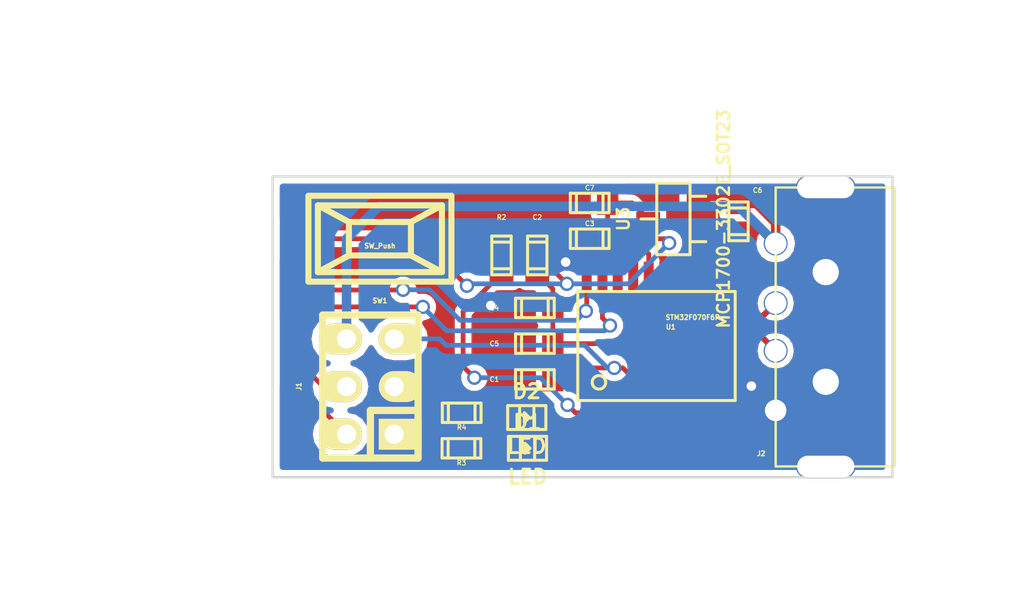
<source format=kicad_pcb>
(kicad_pcb (version 4) (host pcbnew 4.0.7-e2-6376~61~ubuntu18.04.1)

  (general
    (links 41)
    (no_connects 0)
    (area 156.750001 66.79 199.885715 93.319832)
    (thickness 1.6)
    (drawings 7)
    (tracks 127)
    (zones 0)
    (modules 17)
    (nets 14)
  )

  (page A4)
  (layers
    (0 F.Cu signal)
    (31 B.Cu signal)
    (32 B.Adhes user)
    (33 F.Adhes user)
    (34 B.Paste user)
    (35 F.Paste user)
    (36 B.SilkS user)
    (37 F.SilkS user)
    (38 B.Mask user)
    (39 F.Mask user)
    (40 Dwgs.User user)
    (41 Cmts.User user)
    (42 Eco1.User user)
    (43 Eco2.User user)
    (44 Edge.Cuts user)
    (45 Margin user)
    (46 B.CrtYd user)
    (47 F.CrtYd user)
    (48 B.Fab user)
    (49 F.Fab user)
  )

  (setup
    (last_trace_width 0.2)
    (trace_clearance 0.2)
    (zone_clearance 0.25)
    (zone_45_only no)
    (trace_min 0)
    (segment_width 0.2)
    (edge_width 0.1)
    (via_size 0.6)
    (via_drill 0.4)
    (via_min_size 0)
    (via_min_drill 0)
    (uvia_size 0.3)
    (uvia_drill 0.1)
    (uvias_allowed no)
    (uvia_min_size 0)
    (uvia_min_drill 0)
    (pcb_text_width 0.3)
    (pcb_text_size 1.5 1.5)
    (mod_edge_width 0.15)
    (mod_text_size 1 1)
    (mod_text_width 0.15)
    (pad_size 1.5 1.5)
    (pad_drill 0.6)
    (pad_to_mask_clearance 0)
    (aux_axis_origin 0 0)
    (visible_elements FFFFFF7F)
    (pcbplotparams
      (layerselection 0x010f0_80000001)
      (usegerberextensions true)
      (excludeedgelayer true)
      (linewidth 0.100000)
      (plotframeref false)
      (viasonmask false)
      (mode 1)
      (useauxorigin false)
      (hpglpennumber 1)
      (hpglpenspeed 20)
      (hpglpendiameter 15)
      (hpglpenoverlay 2)
      (psnegative false)
      (psa4output false)
      (plotreference true)
      (plotvalue true)
      (plotinvisibletext false)
      (padsonsilk false)
      (subtractmaskfromsilk false)
      (outputformat 1)
      (mirror false)
      (drillshape 0)
      (scaleselection 1)
      (outputdirectory GERBER/))
  )

  (net 0 "")
  (net 1 GND)
  (net 2 /NRST)
  (net 3 +3V3)
  (net 4 VBUS)
  (net 5 "Net-(D1-Pad1)")
  (net 6 /LED1)
  (net 7 "Net-(D2-Pad1)")
  (net 8 /LED2)
  (net 9 /SWCLK)
  (net 10 /SWDIO)
  (net 11 /D-)
  (net 12 /D+)
  (net 13 /BOOT0)

  (net_class Default "This is the default net class."
    (clearance 0.2)
    (trace_width 0.2)
    (via_dia 0.6)
    (via_drill 0.4)
    (uvia_dia 0.3)
    (uvia_drill 0.1)
    (add_net +3V3)
    (add_net /BOOT0)
    (add_net /D+)
    (add_net /D-)
    (add_net /LED1)
    (add_net /LED2)
    (add_net /NRST)
    (add_net /SWCLK)
    (add_net /SWDIO)
    (add_net GND)
    (add_net "Net-(D1-Pad1)")
    (add_net "Net-(D2-Pad1)")
  )

  (net_class Power ""
    (clearance 0.3)
    (trace_width 0.4)
    (via_dia 0.6)
    (via_drill 0.4)
    (uvia_dia 0.3)
    (uvia_drill 0.1)
    (add_net VBUS)
  )

  (module w_smd_cap:c_0603 (layer F.Cu) (tedit 5A770288) (tstamp 5A74D205)
    (at 179.4 82.2 180)
    (descr "SMT capacitor, 0603")
    (path /5A74A845)
    (fp_text reference C1 (at 1.7 0 180) (layer F.SilkS)
      (effects (font (size 0.20066 0.20066) (thickness 0.04064)))
    )
    (fp_text value 100nF (at 0 0.635 180) (layer F.SilkS) hide
      (effects (font (size 0.20066 0.20066) (thickness 0.04064)))
    )
    (fp_line (start 0.5588 0.4064) (end 0.5588 -0.4064) (layer F.SilkS) (width 0.127))
    (fp_line (start -0.5588 -0.381) (end -0.5588 0.4064) (layer F.SilkS) (width 0.127))
    (fp_line (start -0.8128 -0.4064) (end 0.8128 -0.4064) (layer F.SilkS) (width 0.127))
    (fp_line (start 0.8128 -0.4064) (end 0.8128 0.4064) (layer F.SilkS) (width 0.127))
    (fp_line (start 0.8128 0.4064) (end -0.8128 0.4064) (layer F.SilkS) (width 0.127))
    (fp_line (start -0.8128 0.4064) (end -0.8128 -0.4064) (layer F.SilkS) (width 0.127))
    (pad 1 smd rect (at 0.75184 0 180) (size 0.89916 1.00076) (layers F.Cu F.Paste F.Mask)
      (net 1 GND))
    (pad 2 smd rect (at -0.75184 0 180) (size 0.89916 1.00076) (layers F.Cu F.Paste F.Mask)
      (net 2 /NRST))
    (model ${KIWALTER3DMOD}/walter/smd_cap/c_0603.wrl
      (at (xyz 0 0 0))
      (scale (xyz 1 1 1))
      (rotate (xyz 0 0 0))
    )
  )

  (module w_smd_cap:c_0603 (layer F.Cu) (tedit 5A770220) (tstamp 5A74D20B)
    (at 179.5 77 270)
    (descr "SMT capacitor, 0603")
    (path /5A7498E8)
    (fp_text reference C2 (at -1.6 0 360) (layer F.SilkS)
      (effects (font (size 0.20066 0.20066) (thickness 0.04064)))
    )
    (fp_text value 100nF (at 0 0.635 270) (layer F.SilkS) hide
      (effects (font (size 0.20066 0.20066) (thickness 0.04064)))
    )
    (fp_line (start 0.5588 0.4064) (end 0.5588 -0.4064) (layer F.SilkS) (width 0.127))
    (fp_line (start -0.5588 -0.381) (end -0.5588 0.4064) (layer F.SilkS) (width 0.127))
    (fp_line (start -0.8128 -0.4064) (end 0.8128 -0.4064) (layer F.SilkS) (width 0.127))
    (fp_line (start 0.8128 -0.4064) (end 0.8128 0.4064) (layer F.SilkS) (width 0.127))
    (fp_line (start 0.8128 0.4064) (end -0.8128 0.4064) (layer F.SilkS) (width 0.127))
    (fp_line (start -0.8128 0.4064) (end -0.8128 -0.4064) (layer F.SilkS) (width 0.127))
    (pad 1 smd rect (at 0.75184 0 270) (size 0.89916 1.00076) (layers F.Cu F.Paste F.Mask)
      (net 3 +3V3))
    (pad 2 smd rect (at -0.75184 0 270) (size 0.89916 1.00076) (layers F.Cu F.Paste F.Mask)
      (net 1 GND))
    (model ${KIWALTER3DMOD}/walter/smd_cap/c_0603.wrl
      (at (xyz 0 0 0))
      (scale (xyz 1 1 1))
      (rotate (xyz 0 0 0))
    )
  )

  (module w_smd_cap:c_0603 (layer F.Cu) (tedit 0) (tstamp 5A74D211)
    (at 181.7 76.3)
    (descr "SMT capacitor, 0603")
    (path /5A749A5F)
    (fp_text reference C3 (at 0 -0.635) (layer F.SilkS)
      (effects (font (size 0.20066 0.20066) (thickness 0.04064)))
    )
    (fp_text value 4.7uF (at 0 0.635) (layer F.SilkS) hide
      (effects (font (size 0.20066 0.20066) (thickness 0.04064)))
    )
    (fp_line (start 0.5588 0.4064) (end 0.5588 -0.4064) (layer F.SilkS) (width 0.127))
    (fp_line (start -0.5588 -0.381) (end -0.5588 0.4064) (layer F.SilkS) (width 0.127))
    (fp_line (start -0.8128 -0.4064) (end 0.8128 -0.4064) (layer F.SilkS) (width 0.127))
    (fp_line (start 0.8128 -0.4064) (end 0.8128 0.4064) (layer F.SilkS) (width 0.127))
    (fp_line (start 0.8128 0.4064) (end -0.8128 0.4064) (layer F.SilkS) (width 0.127))
    (fp_line (start -0.8128 0.4064) (end -0.8128 -0.4064) (layer F.SilkS) (width 0.127))
    (pad 1 smd rect (at 0.75184 0) (size 0.89916 1.00076) (layers F.Cu F.Paste F.Mask)
      (net 3 +3V3))
    (pad 2 smd rect (at -0.75184 0) (size 0.89916 1.00076) (layers F.Cu F.Paste F.Mask)
      (net 1 GND))
    (model ${KIWALTER3DMOD}/walter/smd_cap/c_0603.wrl
      (at (xyz 0 0 0))
      (scale (xyz 1 1 1))
      (rotate (xyz 0 0 0))
    )
  )

  (module w_smd_cap:c_0603 (layer F.Cu) (tedit 5A77027A) (tstamp 5A74D217)
    (at 179.4 79.2)
    (descr "SMT capacitor, 0603")
    (path /5A749A92)
    (fp_text reference C4 (at -1.7 0) (layer F.SilkS)
      (effects (font (size 0.20066 0.20066) (thickness 0.04064)))
    )
    (fp_text value 10nF (at 0 0.635) (layer F.SilkS) hide
      (effects (font (size 0.20066 0.20066) (thickness 0.04064)))
    )
    (fp_line (start 0.5588 0.4064) (end 0.5588 -0.4064) (layer F.SilkS) (width 0.127))
    (fp_line (start -0.5588 -0.381) (end -0.5588 0.4064) (layer F.SilkS) (width 0.127))
    (fp_line (start -0.8128 -0.4064) (end 0.8128 -0.4064) (layer F.SilkS) (width 0.127))
    (fp_line (start 0.8128 -0.4064) (end 0.8128 0.4064) (layer F.SilkS) (width 0.127))
    (fp_line (start 0.8128 0.4064) (end -0.8128 0.4064) (layer F.SilkS) (width 0.127))
    (fp_line (start -0.8128 0.4064) (end -0.8128 -0.4064) (layer F.SilkS) (width 0.127))
    (pad 1 smd rect (at 0.75184 0) (size 0.89916 1.00076) (layers F.Cu F.Paste F.Mask)
      (net 3 +3V3))
    (pad 2 smd rect (at -0.75184 0) (size 0.89916 1.00076) (layers F.Cu F.Paste F.Mask)
      (net 1 GND))
    (model ${KIWALTER3DMOD}/walter/smd_cap/c_0603.wrl
      (at (xyz 0 0 0))
      (scale (xyz 1 1 1))
      (rotate (xyz 0 0 0))
    )
  )

  (module w_smd_cap:c_0603 (layer F.Cu) (tedit 5A770283) (tstamp 5A74D21D)
    (at 179.4 80.7)
    (descr "SMT capacitor, 0603")
    (path /5A749AC0)
    (fp_text reference C5 (at -1.7 0) (layer F.SilkS)
      (effects (font (size 0.20066 0.20066) (thickness 0.04064)))
    )
    (fp_text value 1uF (at 0 0.635) (layer F.SilkS) hide
      (effects (font (size 0.20066 0.20066) (thickness 0.04064)))
    )
    (fp_line (start 0.5588 0.4064) (end 0.5588 -0.4064) (layer F.SilkS) (width 0.127))
    (fp_line (start -0.5588 -0.381) (end -0.5588 0.4064) (layer F.SilkS) (width 0.127))
    (fp_line (start -0.8128 -0.4064) (end 0.8128 -0.4064) (layer F.SilkS) (width 0.127))
    (fp_line (start 0.8128 -0.4064) (end 0.8128 0.4064) (layer F.SilkS) (width 0.127))
    (fp_line (start 0.8128 0.4064) (end -0.8128 0.4064) (layer F.SilkS) (width 0.127))
    (fp_line (start -0.8128 0.4064) (end -0.8128 -0.4064) (layer F.SilkS) (width 0.127))
    (pad 1 smd rect (at 0.75184 0) (size 0.89916 1.00076) (layers F.Cu F.Paste F.Mask)
      (net 3 +3V3))
    (pad 2 smd rect (at -0.75184 0) (size 0.89916 1.00076) (layers F.Cu F.Paste F.Mask)
      (net 1 GND))
    (model ${KIWALTER3DMOD}/walter/smd_cap/c_0603.wrl
      (at (xyz 0 0 0))
      (scale (xyz 1 1 1))
      (rotate (xyz 0 0 0))
    )
  )

  (module w_smd_cap:c_0603 (layer F.Cu) (tedit 5A77025C) (tstamp 5A74D223)
    (at 187.94 75.57 90)
    (descr "SMT capacitor, 0603")
    (path /5A74C0FF)
    (fp_text reference C6 (at 1.3 0.8 180) (layer F.SilkS)
      (effects (font (size 0.20066 0.20066) (thickness 0.04064)))
    )
    (fp_text value 1uF (at 0 0.635 90) (layer F.SilkS) hide
      (effects (font (size 0.20066 0.20066) (thickness 0.04064)))
    )
    (fp_line (start 0.5588 0.4064) (end 0.5588 -0.4064) (layer F.SilkS) (width 0.127))
    (fp_line (start -0.5588 -0.381) (end -0.5588 0.4064) (layer F.SilkS) (width 0.127))
    (fp_line (start -0.8128 -0.4064) (end 0.8128 -0.4064) (layer F.SilkS) (width 0.127))
    (fp_line (start 0.8128 -0.4064) (end 0.8128 0.4064) (layer F.SilkS) (width 0.127))
    (fp_line (start 0.8128 0.4064) (end -0.8128 0.4064) (layer F.SilkS) (width 0.127))
    (fp_line (start -0.8128 0.4064) (end -0.8128 -0.4064) (layer F.SilkS) (width 0.127))
    (pad 1 smd rect (at 0.75184 0 90) (size 0.89916 1.00076) (layers F.Cu F.Paste F.Mask)
      (net 4 VBUS))
    (pad 2 smd rect (at -0.75184 0 90) (size 0.89916 1.00076) (layers F.Cu F.Paste F.Mask)
      (net 1 GND))
    (model ${KIWALTER3DMOD}/walter/smd_cap/c_0603.wrl
      (at (xyz 0 0 0))
      (scale (xyz 1 1 1))
      (rotate (xyz 0 0 0))
    )
  )

  (module w_smd_cap:c_0603 (layer F.Cu) (tedit 0) (tstamp 5A74D229)
    (at 181.7 74.8)
    (descr "SMT capacitor, 0603")
    (path /5A74C207)
    (fp_text reference C7 (at 0 -0.635) (layer F.SilkS)
      (effects (font (size 0.20066 0.20066) (thickness 0.04064)))
    )
    (fp_text value 1uF (at 0 0.635) (layer F.SilkS) hide
      (effects (font (size 0.20066 0.20066) (thickness 0.04064)))
    )
    (fp_line (start 0.5588 0.4064) (end 0.5588 -0.4064) (layer F.SilkS) (width 0.127))
    (fp_line (start -0.5588 -0.381) (end -0.5588 0.4064) (layer F.SilkS) (width 0.127))
    (fp_line (start -0.8128 -0.4064) (end 0.8128 -0.4064) (layer F.SilkS) (width 0.127))
    (fp_line (start 0.8128 -0.4064) (end 0.8128 0.4064) (layer F.SilkS) (width 0.127))
    (fp_line (start 0.8128 0.4064) (end -0.8128 0.4064) (layer F.SilkS) (width 0.127))
    (fp_line (start -0.8128 0.4064) (end -0.8128 -0.4064) (layer F.SilkS) (width 0.127))
    (pad 1 smd rect (at 0.75184 0) (size 0.89916 1.00076) (layers F.Cu F.Paste F.Mask)
      (net 3 +3V3))
    (pad 2 smd rect (at -0.75184 0) (size 0.89916 1.00076) (layers F.Cu F.Paste F.Mask)
      (net 1 GND))
    (model ${KIWALTER3DMOD}/walter/smd_cap/c_0603.wrl
      (at (xyz 0 0 0))
      (scale (xyz 1 1 1))
      (rotate (xyz 0 0 0))
    )
  )

  (module w_pin_strip:pin_strip_2mm_3x2 (layer F.Cu) (tedit 5A75F6BA) (tstamp 5A74D23F)
    (at 172.5 82.5 90)
    (descr "Pin strip 2mm 3x2pin")
    (tags "CONN DEV")
    (path /5A74D7DD)
    (fp_text reference J1 (at 0 -3 90) (layer F.SilkS)
      (effects (font (size 0.20066 0.20066) (thickness 0.050165)))
    )
    (fp_text value Conn_02x03_Counter_Clockwise (at 0 -5 90) (layer F.SilkS) hide
      (effects (font (size 1.016 0.889) (thickness 0.2032)))
    )
    (fp_line (start -3 0) (end -1 0) (layer F.SilkS) (width 0.3048))
    (fp_line (start 3 -2) (end 3 2) (layer F.SilkS) (width 0.3048))
    (fp_line (start 3 2) (end -3 2) (layer F.SilkS) (width 0.3048))
    (fp_line (start -3 -2) (end 3 -2) (layer F.SilkS) (width 0.3048))
    (fp_line (start -3 2) (end -3 -2) (layer F.SilkS) (width 0.3048))
    (fp_line (start -1 0) (end -1 2) (layer F.SilkS) (width 0.3048))
    (pad 1 thru_hole rect (at -2 1 90) (size 1.3 1.8) (drill 0.8 (offset 0 0.25)) (layers *.Cu *.Mask F.SilkS)
      (net 1 GND))
    (pad 2 thru_hole oval (at -2 -1 90) (size 1.3 1.8) (drill 0.8 (offset 0 -0.25)) (layers *.Cu *.Mask F.SilkS)
      (net 9 /SWCLK))
    (pad 3 thru_hole oval (at 0 1 90) (size 1.3 1.8) (drill 0.8 (offset 0 0.25)) (layers *.Cu *.Mask F.SilkS)
      (net 1 GND))
    (pad 4 thru_hole oval (at 0 -1 90) (size 1.3 1.8) (drill 0.8 (offset 0 -0.25)) (layers *.Cu *.Mask F.SilkS)
      (net 10 /SWDIO))
    (pad 5 thru_hole oval (at 2 1 90) (size 1.3 1.8) (drill 0.8 (offset 0 0.25)) (layers *.Cu *.Mask F.SilkS)
      (net 2 /NRST))
    (pad 6 thru_hole oval (at 2 -1 90) (size 1.3 1.8) (drill 0.8 (offset 0 -0.25)) (layers *.Cu *.Mask F.SilkS)
      (net 4 VBUS))
    (model ${KIWALTER3DMOD}/walter/pin_strip/pin_strip_2mm_3x2.wrl
      (at (xyz 0 0 0))
      (scale (xyz 1 1 1))
      (rotate (xyz 0 0 0))
    )
  )

  (module w_smd_resistors:r_0603 (layer F.Cu) (tedit 5A770219) (tstamp 5A74D255)
    (at 178 77 270)
    (descr "SMT resistor, 0603")
    (path /5A74FE5E)
    (fp_text reference R2 (at -1.6 0 360) (layer F.SilkS)
      (effects (font (size 0.20066 0.20066) (thickness 0.04064)))
    )
    (fp_text value 4.7kR (at 0 0.6096 270) (layer F.SilkS) hide
      (effects (font (size 0.20066 0.20066) (thickness 0.04064)))
    )
    (fp_line (start 0.5588 0.4064) (end 0.5588 -0.4064) (layer F.SilkS) (width 0.127))
    (fp_line (start -0.5588 -0.381) (end -0.5588 0.4064) (layer F.SilkS) (width 0.127))
    (fp_line (start -0.8128 -0.4064) (end 0.8128 -0.4064) (layer F.SilkS) (width 0.127))
    (fp_line (start 0.8128 -0.4064) (end 0.8128 0.4064) (layer F.SilkS) (width 0.127))
    (fp_line (start 0.8128 0.4064) (end -0.8128 0.4064) (layer F.SilkS) (width 0.127))
    (fp_line (start -0.8128 0.4064) (end -0.8128 -0.4064) (layer F.SilkS) (width 0.127))
    (pad 1 smd rect (at 0.75184 0 270) (size 0.89916 1.00076) (layers F.Cu F.Paste F.Mask)
      (net 13 /BOOT0))
    (pad 2 smd rect (at -0.75184 0 270) (size 0.89916 1.00076) (layers F.Cu F.Paste F.Mask)
      (net 1 GND))
    (model ${KIWALTER3DMOD}/walter/smd_resistors/r_0603.wrl
      (at (xyz 0 0 0))
      (scale (xyz 1 1 1))
      (rotate (xyz 0 0 0))
    )
  )

  (module w_smd_resistors:r_0603 (layer F.Cu) (tedit 0) (tstamp 5A74D25B)
    (at 176.32 85.09 180)
    (descr "SMT resistor, 0603")
    (path /5A75062C)
    (fp_text reference R3 (at 0 -0.6096 180) (layer F.SilkS)
      (effects (font (size 0.20066 0.20066) (thickness 0.04064)))
    )
    (fp_text value 4.7kR (at 0 0.6096 180) (layer F.SilkS) hide
      (effects (font (size 0.20066 0.20066) (thickness 0.04064)))
    )
    (fp_line (start 0.5588 0.4064) (end 0.5588 -0.4064) (layer F.SilkS) (width 0.127))
    (fp_line (start -0.5588 -0.381) (end -0.5588 0.4064) (layer F.SilkS) (width 0.127))
    (fp_line (start -0.8128 -0.4064) (end 0.8128 -0.4064) (layer F.SilkS) (width 0.127))
    (fp_line (start 0.8128 -0.4064) (end 0.8128 0.4064) (layer F.SilkS) (width 0.127))
    (fp_line (start 0.8128 0.4064) (end -0.8128 0.4064) (layer F.SilkS) (width 0.127))
    (fp_line (start -0.8128 0.4064) (end -0.8128 -0.4064) (layer F.SilkS) (width 0.127))
    (pad 1 smd rect (at 0.75184 0 180) (size 0.89916 1.00076) (layers F.Cu F.Paste F.Mask)
      (net 1 GND))
    (pad 2 smd rect (at -0.75184 0 180) (size 0.89916 1.00076) (layers F.Cu F.Paste F.Mask)
      (net 5 "Net-(D1-Pad1)"))
    (model ${KIWALTER3DMOD}/walter/smd_resistors/r_0603.wrl
      (at (xyz 0 0 0))
      (scale (xyz 1 1 1))
      (rotate (xyz 0 0 0))
    )
  )

  (module w_smd_resistors:r_0603 (layer F.Cu) (tedit 0) (tstamp 5A74D261)
    (at 176.33 83.6 180)
    (descr "SMT resistor, 0603")
    (path /5A75069E)
    (fp_text reference R4 (at 0 -0.6096 180) (layer F.SilkS)
      (effects (font (size 0.20066 0.20066) (thickness 0.04064)))
    )
    (fp_text value 4.7kR (at 0 0.6096 180) (layer F.SilkS) hide
      (effects (font (size 0.20066 0.20066) (thickness 0.04064)))
    )
    (fp_line (start 0.5588 0.4064) (end 0.5588 -0.4064) (layer F.SilkS) (width 0.127))
    (fp_line (start -0.5588 -0.381) (end -0.5588 0.4064) (layer F.SilkS) (width 0.127))
    (fp_line (start -0.8128 -0.4064) (end 0.8128 -0.4064) (layer F.SilkS) (width 0.127))
    (fp_line (start 0.8128 -0.4064) (end 0.8128 0.4064) (layer F.SilkS) (width 0.127))
    (fp_line (start 0.8128 0.4064) (end -0.8128 0.4064) (layer F.SilkS) (width 0.127))
    (fp_line (start -0.8128 0.4064) (end -0.8128 -0.4064) (layer F.SilkS) (width 0.127))
    (pad 1 smd rect (at 0.75184 0 180) (size 0.89916 1.00076) (layers F.Cu F.Paste F.Mask)
      (net 1 GND))
    (pad 2 smd rect (at -0.75184 0 180) (size 0.89916 1.00076) (layers F.Cu F.Paste F.Mask)
      (net 7 "Net-(D2-Pad1)"))
    (model ${KIWALTER3DMOD}/walter/smd_resistors/r_0603.wrl
      (at (xyz 0 0 0))
      (scale (xyz 1 1 1))
      (rotate (xyz 0 0 0))
    )
  )

  (module w_switch:smd_push (layer F.Cu) (tedit 5A770272) (tstamp 5A74D267)
    (at 172.9 76.3 180)
    (descr "SMD Pushbutton")
    (path /5A74F71E)
    (autoplace_cost180 10)
    (fp_text reference SW1 (at 0 -2.6 180) (layer F.SilkS)
      (effects (font (size 0.20066 0.20066) (thickness 0.050165)))
    )
    (fp_text value SW_Push (at 0 -0.3 180) (layer F.SilkS)
      (effects (font (size 0.20066 0.20066) (thickness 0.050165)))
    )
    (fp_line (start 1.30048 -0.70104) (end 2.60096 -1.39954) (layer F.SilkS) (width 0.254))
    (fp_line (start 1.30048 0.70104) (end 2.60096 1.39954) (layer F.SilkS) (width 0.254))
    (fp_line (start -1.30048 0.70104) (end -2.60096 1.39954) (layer F.SilkS) (width 0.254))
    (fp_line (start -2.60096 -1.39954) (end -1.30048 -0.70104) (layer F.SilkS) (width 0.254))
    (fp_line (start -2.60096 -1.39954) (end 2.60096 -1.39954) (layer F.SilkS) (width 0.254))
    (fp_line (start 2.60096 -1.39954) (end 2.60096 1.39954) (layer F.SilkS) (width 0.254))
    (fp_line (start 2.60096 1.39954) (end -2.60096 1.39954) (layer F.SilkS) (width 0.254))
    (fp_line (start -2.60096 1.39954) (end -2.60096 -1.39954) (layer F.SilkS) (width 0.254))
    (fp_line (start -1.30048 -0.70104) (end 1.30048 -0.70104) (layer F.SilkS) (width 0.254))
    (fp_line (start 1.30048 -0.70104) (end 1.30048 0.70104) (layer F.SilkS) (width 0.254))
    (fp_line (start 1.30048 0.70104) (end -1.30048 0.70104) (layer F.SilkS) (width 0.254))
    (fp_line (start -1.30048 0.70104) (end -1.30048 -0.70104) (layer F.SilkS) (width 0.254))
    (fp_line (start -2.99974 -1.80086) (end 2.99974 -1.80086) (layer F.SilkS) (width 0.254))
    (fp_line (start 2.99974 -1.80086) (end 2.99974 1.80086) (layer F.SilkS) (width 0.254))
    (fp_line (start 2.99974 1.80086) (end -2.99974 1.80086) (layer F.SilkS) (width 0.254))
    (fp_line (start -2.99974 1.80086) (end -2.99974 -1.80086) (layer F.SilkS) (width 0.254))
    (pad 1 smd rect (at -3.59918 0 180) (size 1.00076 1.00076) (layers F.Cu F.Paste F.Mask)
      (net 13 /BOOT0))
    (pad 2 smd rect (at 3.59918 0 180) (size 1.00076 1.00076) (layers F.Cu F.Paste F.Mask)
      (net 3 +3V3))
    (model ${KIWALTER3DMOD}/walter/switch/smd_push.wrl
      (at (xyz 0 0 0))
      (scale (xyz 1 1 1))
      (rotate (xyz 0 0 0))
    )
  )

  (module w_smd_dil:tssop-20 (layer F.Cu) (tedit 5B43745C) (tstamp 5A74D27F)
    (at 184.5 80.8)
    (descr TSSOP-20)
    (path /5A7495D5)
    (fp_text reference U1 (at 0.6 -0.8) (layer F.SilkS)
      (effects (font (size 0.20066 0.20066) (thickness 0.050165)))
    )
    (fp_text value STM32F070F6Px (at 1.6 -1.2) (layer F.SilkS)
      (effects (font (size 0.20066 0.20066) (thickness 0.050165)))
    )
    (fp_line (start 3.302 -2.286) (end -3.302 -2.286) (layer F.SilkS) (width 0.127))
    (fp_line (start -3.302 -2.286) (end -3.302 2.286) (layer F.SilkS) (width 0.127))
    (fp_line (start -3.302 2.286) (end 3.302 2.286) (layer F.SilkS) (width 0.127))
    (fp_line (start 3.302 2.286) (end 3.302 -2.286) (layer F.SilkS) (width 0.127))
    (fp_circle (center -2.413 1.524) (end -2.54 1.778) (layer F.SilkS) (width 0.127))
    (pad 5 smd rect (at -0.32512 2.79908) (size 0.4191 1.47066) (layers F.Cu F.Paste F.Mask)
      (net 3 +3V3))
    (pad 6 smd rect (at 0.32512 2.79908) (size 0.4191 1.47066) (layers F.Cu F.Paste F.Mask))
    (pad 7 smd rect (at 0.97536 2.79908) (size 0.4191 1.47066) (layers F.Cu F.Paste F.Mask))
    (pad 8 smd rect (at 1.6256 2.79908) (size 0.4191 1.47066) (layers F.Cu F.Paste F.Mask))
    (pad 19 smd rect (at -2.26568 -2.794) (size 0.4191 1.47066) (layers F.Cu F.Paste F.Mask)
      (net 10 /SWDIO))
    (pad 2 smd rect (at -2.27584 2.79908) (size 0.4191 1.47066) (layers F.Cu F.Paste F.Mask))
    (pad 3 smd rect (at -1.6256 2.79908) (size 0.4191 1.47066) (layers F.Cu F.Paste F.Mask))
    (pad 4 smd rect (at -0.97536 2.79908) (size 0.4191 1.47066) (layers F.Cu F.Paste F.Mask)
      (net 2 /NRST))
    (pad 12 smd rect (at 2.27584 -2.79908) (size 0.4191 1.47066) (layers F.Cu F.Paste F.Mask))
    (pad 13 smd rect (at 1.6256 -2.79908) (size 0.4191 1.47066) (layers F.Cu F.Paste F.Mask))
    (pad 14 smd rect (at 0.97536 -2.79908) (size 0.4191 1.47066) (layers F.Cu F.Paste F.Mask))
    (pad 15 smd rect (at 0.32512 -2.79908) (size 0.4191 1.47066) (layers F.Cu F.Paste F.Mask)
      (net 1 GND))
    (pad 16 smd rect (at -0.32512 -2.79908) (size 0.4191 1.47066) (layers F.Cu F.Paste F.Mask)
      (net 3 +3V3))
    (pad 17 smd rect (at -0.97536 -2.79908) (size 0.4191 1.47066) (layers F.Cu F.Paste F.Mask)
      (net 11 /D-))
    (pad 9 smd rect (at 2.27584 2.79908) (size 0.4191 1.47066) (layers F.Cu F.Paste F.Mask)
      (net 8 /LED2))
    (pad 18 smd rect (at -1.6256 -2.794) (size 0.4191 1.47066) (layers F.Cu F.Paste F.Mask)
      (net 12 /D+))
    (pad 1 smd rect (at -2.92608 2.79908) (size 0.4191 1.47066) (layers F.Cu F.Paste F.Mask)
      (net 13 /BOOT0))
    (pad 10 smd rect (at 2.92608 2.79908) (size 0.4191 1.47066) (layers F.Cu F.Paste F.Mask)
      (net 6 /LED1))
    (pad 11 smd rect (at 2.92608 -2.79908) (size 0.4191 1.47066) (layers F.Cu F.Paste F.Mask))
    (pad 20 smd rect (at -2.92608 -2.79908) (size 0.4191 1.47066) (layers F.Cu F.Paste F.Mask)
      (net 9 /SWCLK))
    (model ${KIWALTER3DMOD}/walter/smd_dil/tssop-20.wrl
      (at (xyz 0 0 0))
      (scale (xyz 1 1 1))
      (rotate (xyz 0 0 0))
    )
  )

  (module USB:USB_A_RECEPTACLE (layer F.Cu) (tedit 5A7702E4) (tstamp 5A76F4F6)
    (at 189.5 85.85 90)
    (path /5A71E8C8)
    (fp_text reference J2 (at 0.54 -0.61 180) (layer F.SilkS)
      (effects (font (size 0.20066 0.20066) (thickness 0.050165)))
    )
    (fp_text value USB_A (at 0.94 -0.91 180) (layer F.Fab)
      (effects (font (size 0.20066 0.20066) (thickness 0.050165)))
    )
    (fp_line (start 11.7 0) (end 11.7 5) (layer F.SilkS) (width 0.1))
    (fp_line (start 0 5) (end 11.7 5) (layer F.SilkS) (width 0.1))
    (fp_line (start 0 0) (end 0 5) (layer F.SilkS) (width 0.1))
    (fp_line (start 0 0) (end 11.7 0) (layer F.SilkS) (width 0.1))
    (pad 1 thru_hole oval (at 9.35 0 180) (size 1 1) (drill oval 0.9) (layers *.Cu *.Mask)
      (net 4 VBUS))
    (pad 4 thru_hole oval (at 2.35 0 180) (size 1 1) (drill oval 0.9) (layers *.Cu *.Mask)
      (net 1 GND))
    (pad 3 thru_hole oval (at 4.85 0 180) (size 1 1) (drill oval 0.9) (layers *.Cu *.Mask)
      (net 12 /D+))
    (pad 5 thru_hole oval (at 11.7 2.1 180) (size 2.5 1) (drill oval 2.4 0.9) (layers *.Cu *.Mask)
      (net 1 GND))
    (pad 5 thru_hole oval (at 0 2.1 180) (size 2.5 1) (drill oval 2.4 0.9) (layers *.Cu *.Mask)
      (net 1 GND))
    (pad 2 thru_hole oval (at 6.85 0 180) (size 1 1) (drill oval 0.9) (layers *.Cu *.Mask)
      (net 11 /D-))
    (pad 5 thru_hole circle (at 8.15 2.1) (size 1.2 1.2) (drill oval 1.1) (layers *.Cu *.Mask)
      (net 1 GND))
    (pad 5 thru_hole circle (at 3.55 2.1) (size 1.2 1.2) (drill oval 1.1) (layers *.Cu *.Mask)
      (net 1 GND))
  )

  (module w_smd_leds:Led_0603 (layer F.Cu) (tedit 0) (tstamp 5B62E8A0)
    (at 179.09 85.09)
    (descr "SMD LED, 0603")
    (path /5A71D9A1)
    (fp_text reference D1 (at 0 -1.09982) (layer F.SilkS)
      (effects (font (size 0.59944 0.59944) (thickness 0.11938)))
    )
    (fp_text value LED (at 0 1.19888) (layer F.SilkS)
      (effects (font (size 0.59944 0.59944) (thickness 0.11938)))
    )
    (fp_line (start 0.29972 0.50038) (end 0.29972 -0.50038) (layer F.SilkS) (width 0.127))
    (fp_line (start -0.29972 -0.50038) (end -0.29972 0.50038) (layer F.SilkS) (width 0.127))
    (fp_line (start 0 0.09906) (end 0 -0.09906) (layer F.SilkS) (width 0.127))
    (fp_line (start -0.09906 -0.20066) (end -0.09906 0.20066) (layer F.SilkS) (width 0.127))
    (fp_line (start -0.09906 0.20066) (end 0.09906 0) (layer F.SilkS) (width 0.127))
    (fp_line (start 0.09906 0) (end -0.09906 -0.20066) (layer F.SilkS) (width 0.127))
    (fp_line (start -0.8001 -0.50038) (end 0.8001 -0.50038) (layer F.SilkS) (width 0.127))
    (fp_line (start 0.8001 -0.50038) (end 0.8001 0.50038) (layer F.SilkS) (width 0.127))
    (fp_line (start 0.8001 0.50038) (end -0.8001 0.50038) (layer F.SilkS) (width 0.127))
    (fp_line (start -0.8001 0.50038) (end -0.8001 -0.50038) (layer F.SilkS) (width 0.127))
    (pad 1 smd rect (at -0.7493 0) (size 0.79756 0.79756) (layers F.Cu F.Paste F.Mask)
      (net 5 "Net-(D1-Pad1)"))
    (pad 2 smd rect (at 0.7493 0) (size 0.79756 0.79756) (layers F.Cu F.Paste F.Mask)
      (net 6 /LED1))
    (model walter/smd_leds/led_0603.wrl
      (at (xyz 0 0 0))
      (scale (xyz 1 1 1))
      (rotate (xyz 0 0 0))
    )
  )

  (module w_smd_leds:Led_0603 (layer F.Cu) (tedit 0) (tstamp 5B62E8A5)
    (at 179.06 83.8)
    (descr "SMD LED, 0603")
    (path /5A71DA28)
    (fp_text reference D2 (at 0 -1.09982) (layer F.SilkS)
      (effects (font (size 0.59944 0.59944) (thickness 0.11938)))
    )
    (fp_text value LED (at 0 1.19888) (layer F.SilkS)
      (effects (font (size 0.59944 0.59944) (thickness 0.11938)))
    )
    (fp_line (start 0.29972 0.50038) (end 0.29972 -0.50038) (layer F.SilkS) (width 0.127))
    (fp_line (start -0.29972 -0.50038) (end -0.29972 0.50038) (layer F.SilkS) (width 0.127))
    (fp_line (start 0 0.09906) (end 0 -0.09906) (layer F.SilkS) (width 0.127))
    (fp_line (start -0.09906 -0.20066) (end -0.09906 0.20066) (layer F.SilkS) (width 0.127))
    (fp_line (start -0.09906 0.20066) (end 0.09906 0) (layer F.SilkS) (width 0.127))
    (fp_line (start 0.09906 0) (end -0.09906 -0.20066) (layer F.SilkS) (width 0.127))
    (fp_line (start -0.8001 -0.50038) (end 0.8001 -0.50038) (layer F.SilkS) (width 0.127))
    (fp_line (start 0.8001 -0.50038) (end 0.8001 0.50038) (layer F.SilkS) (width 0.127))
    (fp_line (start 0.8001 0.50038) (end -0.8001 0.50038) (layer F.SilkS) (width 0.127))
    (fp_line (start -0.8001 0.50038) (end -0.8001 -0.50038) (layer F.SilkS) (width 0.127))
    (pad 1 smd rect (at -0.7493 0) (size 0.79756 0.79756) (layers F.Cu F.Paste F.Mask)
      (net 7 "Net-(D2-Pad1)"))
    (pad 2 smd rect (at 0.7493 0) (size 0.79756 0.79756) (layers F.Cu F.Paste F.Mask)
      (net 8 /LED2))
    (model walter/smd_leds/led_0603.wrl
      (at (xyz 0 0 0))
      (scale (xyz 1 1 1))
      (rotate (xyz 0 0 0))
    )
  )

  (module w_smd_trans:sot23 (layer F.Cu) (tedit 5B4EDEC1) (tstamp 5B62E8AA)
    (at 185.21 75.47 90)
    (descr SOT23)
    (path /5A74BF41)
    (fp_text reference U3 (at 0 -2.1 90) (layer F.SilkS)
      (effects (font (size 0.5 0.5) (thickness 0.1)))
    )
    (fp_text value MCP1700-3302E_SOT23 (at 0 2.1 90) (layer F.SilkS)
      (effects (font (size 0.5 0.5) (thickness 0.1)))
    )
    (fp_line (start 0.9525 0.6985) (end 0.9525 1.3589) (layer F.SilkS) (width 0.127))
    (fp_line (start -0.9525 0.6985) (end -0.9525 1.3589) (layer F.SilkS) (width 0.127))
    (fp_line (start 0 -0.6985) (end 0 -1.3589) (layer F.SilkS) (width 0.127))
    (fp_line (start -1.4986 -0.6985) (end 1.4986 -0.6985) (layer F.SilkS) (width 0.127))
    (fp_line (start 1.4986 -0.6985) (end 1.4986 0.6985) (layer F.SilkS) (width 0.127))
    (fp_line (start 1.4986 0.6985) (end -1.4986 0.6985) (layer F.SilkS) (width 0.127))
    (fp_line (start -1.4986 0.6985) (end -1.4986 -0.6985) (layer F.SilkS) (width 0.127))
    (pad 1 smd rect (at -0.95 1.06 90) (size 0.6 1) (layers F.Cu F.Paste F.Mask)
      (net 1 GND))
    (pad 2 smd rect (at 0 -1.06 90) (size 0.6 1) (layers F.Cu F.Paste F.Mask)
      (net 3 +3V3))
    (pad 3 smd rect (at 0.95 1.06 90) (size 0.6 1) (layers F.Cu F.Paste F.Mask)
      (net 4 VBUS))
    (model walter/smd_trans/sot23.wrl
      (at (xyz 0 0 0))
      (scale (xyz 1 1 1))
      (rotate (xyz 0 0 0))
    )
  )

  (dimension 12.6 (width 0.3) (layer Dwgs.User)
    (gr_text "12,600 mm" (at 163.25 80 270) (layer Dwgs.User)
      (effects (font (size 1.5 1.5) (thickness 0.3)))
    )
    (feature1 (pts (xy 168.4 86.3) (xy 161.9 86.3)))
    (feature2 (pts (xy 168.4 73.7) (xy 161.9 73.7)))
    (crossbar (pts (xy 164.6 73.7) (xy 164.6 86.3)))
    (arrow1a (pts (xy 164.6 86.3) (xy 164.013579 85.173496)))
    (arrow1b (pts (xy 164.6 86.3) (xy 165.186421 85.173496)))
    (arrow2a (pts (xy 164.6 73.7) (xy 164.013579 74.826504)))
    (arrow2b (pts (xy 164.6 73.7) (xy 165.186421 74.826504)))
  )
  (dimension 26 (width 0.3) (layer Dwgs.User)
    (gr_text "26,000 mm" (at 181.4 91.95) (layer Dwgs.User)
      (effects (font (size 1.5 1.5) (thickness 0.3)))
    )
    (feature1 (pts (xy 194.4 86.3) (xy 194.4 93.3)))
    (feature2 (pts (xy 168.4 86.3) (xy 168.4 93.3)))
    (crossbar (pts (xy 168.4 90.6) (xy 194.4 90.6)))
    (arrow1a (pts (xy 194.4 90.6) (xy 193.273496 91.186421)))
    (arrow1b (pts (xy 194.4 90.6) (xy 193.273496 90.013579)))
    (arrow2a (pts (xy 168.4 90.6) (xy 169.526504 91.186421)))
    (arrow2b (pts (xy 168.4 90.6) (xy 169.526504 90.013579)))
  )
  (dimension 2.8 (width 0.3) (layer Dwgs.User)
    (gr_text "2,800 mm" (at 194.1 68.14) (layer Dwgs.User) (tstamp 5A77077D)
      (effects (font (size 1.5 1.5) (thickness 0.3)))
    )
    (feature1 (pts (xy 195.5 73.4) (xy 195.5 66.79)))
    (feature2 (pts (xy 192.7 73.4) (xy 192.7 66.79)))
    (crossbar (pts (xy 192.7 69.49) (xy 195.5 69.49)))
    (arrow1a (pts (xy 195.5 69.49) (xy 194.373496 70.076421)))
    (arrow1b (pts (xy 195.5 69.49) (xy 194.373496 68.903579)))
    (arrow2a (pts (xy 192.7 69.49) (xy 193.826504 70.076421)))
    (arrow2b (pts (xy 192.7 69.49) (xy 193.826504 68.903579)))
  )
  (gr_line (start 168.4 86.3) (end 194.4 86.3) (angle 90) (layer Edge.Cuts) (width 0.1))
  (gr_line (start 168.4 73.69) (end 168.4 86.3) (angle 90) (layer Edge.Cuts) (width 0.1))
  (gr_line (start 194.4 73.69) (end 168.4 73.69) (angle 90) (layer Edge.Cuts) (width 0.1))
  (gr_line (start 194.4 86.3) (end 194.4 73.69) (angle 90) (layer Edge.Cuts) (width 0.1))

  (segment (start 180.94816 76.3) (end 180.94816 77.02184) (width 0.2) (layer F.Cu) (net 1))
  (segment (start 177.65 79.2) (end 178.64816 79.2) (width 0.2) (layer F.Cu) (net 1) (tstamp 5B62EE92))
  (segment (start 177.55 79.1) (end 177.65 79.2) (width 0.2) (layer F.Cu) (net 1) (tstamp 5B62EE91))
  (via (at 177.55 79.1) (size 0.6) (drill 0.4) (layers F.Cu B.Cu) (net 1))
  (segment (start 176.49 79.1) (end 177.55 79.1) (width 0.2) (layer B.Cu) (net 1) (tstamp 5B62EE8D))
  (segment (start 175.71 78.32) (end 176.49 79.1) (width 0.2) (layer B.Cu) (net 1) (tstamp 5B62EE8B))
  (segment (start 175.71 77.42) (end 175.71 78.32) (width 0.2) (layer B.Cu) (net 1) (tstamp 5B62EE89))
  (segment (start 175.91 77.22) (end 175.71 77.42) (width 0.2) (layer B.Cu) (net 1) (tstamp 5B62EE88))
  (segment (start 180.63 77.22) (end 175.91 77.22) (width 0.2) (layer B.Cu) (net 1) (tstamp 5B62EE87))
  (segment (start 180.69 77.28) (end 180.63 77.22) (width 0.2) (layer B.Cu) (net 1) (tstamp 5B62EE86))
  (via (at 180.69 77.28) (size 0.6) (drill 0.4) (layers F.Cu B.Cu) (net 1))
  (segment (start 180.94816 77.02184) (end 180.69 77.28) (width 0.2) (layer F.Cu) (net 1) (tstamp 5B62EE82))
  (segment (start 189.5 83.5) (end 188.48 82.48) (width 0.2) (layer F.Cu) (net 1))
  (via (at 188.48 82.48) (size 0.6) (drill 0.4) (layers F.Cu B.Cu) (net 1))
  (segment (start 174.1 85.1) (end 173.5 84.5) (width 0.2) (layer F.Cu) (net 1) (tstamp 5A7636ED))
  (segment (start 177.94816 76.3) (end 178 76.24816) (width 0.2) (layer F.Cu) (net 1) (tstamp 5A7635B7))
  (segment (start 173.5 80.5) (end 175.41 80.5) (width 0.2) (layer B.Cu) (net 2))
  (via (at 182.73 81.72) (size 0.6) (drill 0.4) (layers F.Cu B.Cu) (net 2))
  (segment (start 182.44 81.72) (end 182.73 81.72) (width 0.2) (layer B.Cu) (net 2) (tstamp 5A763689))
  (segment (start 181.49 80.77) (end 182.44 81.72) (width 0.2) (layer B.Cu) (net 2) (tstamp 5A763687))
  (segment (start 175.68 80.77) (end 181.49 80.77) (width 0.2) (layer B.Cu) (net 2) (tstamp 5A763686))
  (segment (start 175.41 80.5) (end 175.68 80.77) (width 0.2) (layer B.Cu) (net 2) (tstamp 5A763685))
  (segment (start 183.52464 83.59908) (end 183.52464 82.15464) (width 0.2) (layer F.Cu) (net 2))
  (segment (start 180.63184 81.72) (end 180.15184 82.2) (width 0.2) (layer F.Cu) (net 2) (tstamp 5A7635CE))
  (segment (start 183.09 81.72) (end 182.73 81.72) (width 0.2) (layer F.Cu) (net 2) (tstamp 5A7635CD))
  (segment (start 182.73 81.72) (end 180.63184 81.72) (width 0.2) (layer F.Cu) (net 2) (tstamp 5A76368D))
  (segment (start 183.52464 82.15464) (end 183.09 81.72) (width 0.2) (layer F.Cu) (net 2) (tstamp 5A7635CC))
  (segment (start 180.74 78.19) (end 183.32 78.19) (width 0.2) (layer B.Cu) (net 3))
  (segment (start 184.85 76.3) (end 182.45184 76.3) (width 0.2) (layer F.Cu) (net 3) (tstamp 5B62EE24))
  (segment (start 185.03 76.48) (end 184.85 76.3) (width 0.2) (layer F.Cu) (net 3) (tstamp 5B62EE23))
  (via (at 185.03 76.48) (size 0.6) (drill 0.4) (layers F.Cu B.Cu) (net 3))
  (segment (start 183.32 78.19) (end 185.03 76.48) (width 0.2) (layer B.Cu) (net 3) (tstamp 5B62EE1C))
  (segment (start 169.30082 76.3) (end 174.58 76.3) (width 0.2) (layer F.Cu) (net 3))
  (segment (start 180.30184 77.75184) (end 179.5 77.75184) (width 0.2) (layer F.Cu) (net 3) (tstamp 5B62EE11))
  (segment (start 180.74 78.19) (end 180.30184 77.75184) (width 0.2) (layer F.Cu) (net 3) (tstamp 5B62EE10))
  (via (at 180.74 78.19) (size 0.6) (drill 0.4) (layers F.Cu B.Cu) (net 3))
  (segment (start 176.63 78.19) (end 180.74 78.19) (width 0.2) (layer B.Cu) (net 3) (tstamp 5B62EE01))
  (segment (start 176.55 78.27) (end 176.63 78.19) (width 0.2) (layer B.Cu) (net 3) (tstamp 5B62EE00))
  (via (at 176.55 78.27) (size 0.6) (drill 0.4) (layers F.Cu B.Cu) (net 3))
  (segment (start 174.58 76.3) (end 176.55 78.27) (width 0.2) (layer F.Cu) (net 3) (tstamp 5B62EDFA))
  (segment (start 182.45184 76.3) (end 183.53 76.3) (width 0.2) (layer F.Cu) (net 3))
  (segment (start 184.17488 76.94488) (end 184.17488 78.00092) (width 0.2) (layer F.Cu) (net 3) (tstamp 5B62EB5C))
  (segment (start 183.53 76.3) (end 184.17488 76.94488) (width 0.2) (layer F.Cu) (net 3) (tstamp 5B62EB5A))
  (segment (start 182.45184 74.8) (end 183.48 74.8) (width 0.2) (layer F.Cu) (net 3))
  (segment (start 183.48 74.8) (end 184.15 75.47) (width 0.2) (layer F.Cu) (net 3) (tstamp 5B62EB57))
  (segment (start 182.45184 74.8) (end 182.45184 76.3) (width 0.2) (layer F.Cu) (net 3))
  (segment (start 182.5816 76.17024) (end 182.45184 76.3) (width 0.2) (layer F.Cu) (net 3) (tstamp 5B4C07EE))
  (segment (start 184.17488 83.59908) (end 184.17488 82.02488) (width 0.2) (layer F.Cu) (net 3))
  (segment (start 182.85 80.7) (end 180.15184 80.7) (width 0.2) (layer F.Cu) (net 3) (tstamp 5A76360E))
  (segment (start 184.17488 82.02488) (end 182.85 80.7) (width 0.2) (layer F.Cu) (net 3) (tstamp 5A76360C))
  (segment (start 180.15184 79.2) (end 180.15184 78.40368) (width 0.2) (layer F.Cu) (net 3))
  (segment (start 180.15184 78.40368) (end 179.5 77.75184) (width 0.2) (layer F.Cu) (net 3) (tstamp 5A7635C7))
  (segment (start 180.15184 80.7) (end 180.15184 79.2) (width 0.2) (layer F.Cu) (net 3))
  (segment (start 186.27 74.52) (end 187.64184 74.52) (width 0.4) (layer F.Cu) (net 4))
  (segment (start 187.64184 74.52) (end 187.94 74.81816) (width 0.4) (layer F.Cu) (net 4) (tstamp 5B62EB53))
  (segment (start 189.5 76.5) (end 189.5 75.63) (width 0.4) (layer F.Cu) (net 4))
  (segment (start 188.68816 74.81816) (end 187.94 74.81816) (width 0.4) (layer F.Cu) (net 4) (tstamp 5B62EB4C))
  (segment (start 189.5 75.63) (end 188.68816 74.81816) (width 0.4) (layer F.Cu) (net 4) (tstamp 5B62EB4B))
  (segment (start 171.5 80.5) (end 171.5 76.3) (width 0.4) (layer B.Cu) (net 4))
  (segment (start 187.94 74.94) (end 189.5 76.5) (width 0.4) (layer B.Cu) (net 4) (tstamp 5A7707FE))
  (segment (start 172.86 74.94) (end 187.94 74.94) (width 0.4) (layer B.Cu) (net 4) (tstamp 5A7707EB))
  (segment (start 171.5 76.3) (end 172.86 74.94) (width 0.4) (layer B.Cu) (net 4) (tstamp 5A7707DC))
  (segment (start 189.27184 76.27184) (end 189.5 76.5) (width 0.4) (layer F.Cu) (net 4) (tstamp 5B4C0898))
  (segment (start 177.07184 85.09) (end 178.3407 85.09) (width 0.2) (layer F.Cu) (net 5))
  (segment (start 178.45136 85.1) (end 178.65136 84.9) (width 0.2) (layer F.Cu) (net 5) (tstamp 5A763594))
  (segment (start 187.42608 83.59908) (end 187.42608 84.85392) (width 0.2) (layer F.Cu) (net 6))
  (segment (start 180.3793 85.63) (end 179.8393 85.09) (width 0.2) (layer F.Cu) (net 6) (tstamp 5B62EB75))
  (segment (start 186.65 85.63) (end 180.3793 85.63) (width 0.2) (layer F.Cu) (net 6) (tstamp 5B62EB72))
  (segment (start 187.42608 84.85392) (end 186.65 85.63) (width 0.2) (layer F.Cu) (net 6) (tstamp 5B62EB6E))
  (segment (start 179.74864 84.9) (end 179.74864 84.98864) (width 0.2) (layer F.Cu) (net 6))
  (segment (start 177.08184 83.6) (end 178.1107 83.6) (width 0.2) (layer F.Cu) (net 7))
  (segment (start 178.1107 83.6) (end 178.3107 83.8) (width 0.2) (layer F.Cu) (net 7) (tstamp 5B62EB65))
  (segment (start 186.77584 83.59908) (end 186.77584 84.80416) (width 0.2) (layer F.Cu) (net 8))
  (segment (start 181.24 85.08) (end 179.96 83.8) (width 0.2) (layer F.Cu) (net 8) (tstamp 5B62EB7C))
  (segment (start 186.5 85.08) (end 181.24 85.08) (width 0.2) (layer F.Cu) (net 8) (tstamp 5B62EB79))
  (segment (start 186.77584 84.80416) (end 186.5 85.08) (width 0.2) (layer F.Cu) (net 8) (tstamp 5B62EB78))
  (segment (start 179.96 83.8) (end 179.8093 83.8) (width 0.2) (layer F.Cu) (net 8) (tstamp 5B62EB7F))
  (segment (start 179.74864 83.6) (end 179.97 83.6) (width 0.2) (layer F.Cu) (net 8))
  (segment (start 171.5 84.5) (end 169.2 82.2) (width 0.2) (layer F.Cu) (net 9))
  (segment (start 169.2 82.2) (end 169.2 79.93) (width 0.2) (layer F.Cu) (net 9) (tstamp 5A7635F5))
  (segment (start 169.2 79.93) (end 170.68 78.45) (width 0.2) (layer F.Cu) (net 9) (tstamp 5A7635F6))
  (segment (start 170.68 78.45) (end 173.86 78.45) (width 0.2) (layer F.Cu) (net 9) (tstamp 5A7635F8))
  (segment (start 173.86 78.45) (end 173.87 78.44) (width 0.2) (layer F.Cu) (net 9) (tstamp 5A7635FA))
  (via (at 173.87 78.44) (size 0.6) (drill 0.4) (layers F.Cu B.Cu) (net 9))
  (segment (start 173.87 78.44) (end 174.98 78.44) (width 0.2) (layer B.Cu) (net 9) (tstamp 5A7635FC))
  (segment (start 174.98 78.44) (end 176.26 79.72) (width 0.2) (layer B.Cu) (net 9) (tstamp 5A7635FD))
  (segment (start 176.26 79.72) (end 181.15 79.72) (width 0.2) (layer B.Cu) (net 9) (tstamp 5A7635FF))
  (segment (start 181.15 79.72) (end 181.54 79.33) (width 0.2) (layer B.Cu) (net 9) (tstamp 5A763601))
  (via (at 181.54 79.33) (size 0.6) (drill 0.4) (layers F.Cu B.Cu) (net 9))
  (segment (start 181.54 79.33) (end 181.57392 79.29608) (width 0.2) (layer F.Cu) (net 9) (tstamp 5A763603))
  (segment (start 181.57392 79.29608) (end 181.57392 78.00092) (width 0.2) (layer F.Cu) (net 9) (tstamp 5A763604))
  (segment (start 171.5 82.5) (end 170.52 82.5) (width 0.2) (layer F.Cu) (net 10))
  (segment (start 170.52 82.5) (end 169.87 81.85) (width 0.2) (layer F.Cu) (net 10) (tstamp 5A7635E3))
  (segment (start 169.87 81.85) (end 169.87 80.1) (width 0.2) (layer F.Cu) (net 10) (tstamp 5A7635E5))
  (segment (start 169.87 80.1) (end 170.81 79.16) (width 0.2) (layer F.Cu) (net 10) (tstamp 5A7635E6))
  (segment (start 170.81 79.16) (end 174.7 79.16) (width 0.2) (layer F.Cu) (net 10) (tstamp 5A7635E8))
  (via (at 174.7 79.16) (size 0.6) (drill 0.4) (layers F.Cu B.Cu) (net 10))
  (segment (start 174.7 79.16) (end 175.7 80.16) (width 0.2) (layer B.Cu) (net 10) (tstamp 5A7635EC))
  (segment (start 175.7 80.16) (end 182.33 80.16) (width 0.2) (layer B.Cu) (net 10) (tstamp 5A7635ED))
  (segment (start 182.33 80.16) (end 182.55 79.94) (width 0.2) (layer B.Cu) (net 10) (tstamp 5A7635EF))
  (via (at 182.55 79.94) (size 0.6) (drill 0.4) (layers F.Cu B.Cu) (net 10))
  (segment (start 182.55 79.94) (end 182.23432 79.62432) (width 0.2) (layer F.Cu) (net 10) (tstamp 5A7635F1))
  (segment (start 182.23432 79.62432) (end 182.23432 78.006) (width 0.2) (layer F.Cu) (net 10) (tstamp 5A7635F2))
  (segment (start 183.446979 78.903427) (end 184.293553 79.750001) (width 0.25) (layer F.Cu) (net 11))
  (segment (start 184.293553 79.750001) (end 188.749999 79.750001) (width 0.25) (layer F.Cu) (net 11))
  (segment (start 188.749999 79.750001) (end 189.5 79) (width 0.25) (layer F.Cu) (net 11))
  (segment (start 183.446979 78.078581) (end 183.446979 78.903427) (width 0.25) (layer F.Cu) (net 11))
  (segment (start 183.52464 78.00092) (end 183.446979 78.078581) (width 0.25) (layer F.Cu) (net 11))
  (segment (start 183.52464 78.00092) (end 183.421979 78.103581) (width 0.2) (layer F.Cu) (net 11))
  (segment (start 182.946981 79.110533) (end 184.086447 80.249999) (width 0.25) (layer F.Cu) (net 12))
  (segment (start 184.086447 80.249999) (end 188.749999 80.249999) (width 0.25) (layer F.Cu) (net 12))
  (segment (start 188.749999 80.249999) (end 189.5 81) (width 0.25) (layer F.Cu) (net 12))
  (segment (start 182.946981 78.078581) (end 182.946981 79.110533) (width 0.25) (layer F.Cu) (net 12))
  (segment (start 182.8744 78.006) (end 182.946981 78.078581) (width 0.25) (layer F.Cu) (net 12))
  (segment (start 182.8744 78.006) (end 182.971981 78.103581) (width 0.2) (layer F.Cu) (net 12))
  (segment (start 178 77.75184) (end 177.10184 77.75184) (width 0.2) (layer F.Cu) (net 13))
  (segment (start 176.49918 77.14918) (end 176.49918 76.3) (width 0.2) (layer F.Cu) (net 13) (tstamp 5B62EBFE))
  (segment (start 177.10184 77.75184) (end 176.49918 77.14918) (width 0.2) (layer F.Cu) (net 13) (tstamp 5B62EBF8))
  (segment (start 181.57392 83.59908) (end 181.09908 83.59908) (width 0.2) (layer F.Cu) (net 13))
  (segment (start 176.39 79.36184) (end 178 77.75184) (width 0.2) (layer F.Cu) (net 13) (tstamp 5B62EBDA))
  (segment (start 176.39 81.66) (end 176.39 79.36184) (width 0.2) (layer F.Cu) (net 13) (tstamp 5B62EBD2))
  (segment (start 176.86 82.13) (end 176.39 81.66) (width 0.2) (layer F.Cu) (net 13) (tstamp 5B62EBD1))
  (via (at 176.86 82.13) (size 0.6) (drill 0.4) (layers F.Cu B.Cu) (net 13))
  (segment (start 179.63 82.13) (end 176.86 82.13) (width 0.2) (layer B.Cu) (net 13) (tstamp 5B62EBCB))
  (segment (start 180.77 83.27) (end 179.63 82.13) (width 0.2) (layer B.Cu) (net 13) (tstamp 5B62EBCA))
  (via (at 180.77 83.27) (size 0.6) (drill 0.4) (layers F.Cu B.Cu) (net 13))
  (segment (start 181.09908 83.59908) (end 180.77 83.27) (width 0.2) (layer F.Cu) (net 13) (tstamp 5B62EBC1))

  (zone (net 1) (net_name GND) (layer F.Cu) (tstamp 5A763632) (hatch edge 0.508)
    (connect_pads yes (clearance 0.25))
    (min_thickness 0.254)
    (fill yes (arc_segments 16) (thermal_gap 0.508) (thermal_bridge_width 0.508))
    (polygon
      (pts
        (xy 194.4 86.29) (xy 168.4 86.29) (xy 168.4 73.69) (xy 194.4 73.69)
      )
    )
    (filled_polygon
      (pts
        (xy 175.873002 78.267582) (xy 175.872883 78.404073) (xy 175.975733 78.652989) (xy 176.16601 78.843598) (xy 176.213813 78.863447)
        (xy 176.05271 79.02455) (xy 175.949309 79.1793) (xy 175.913 79.36184) (xy 175.913 81.66) (xy 175.949309 81.84254)
        (xy 176.05271 81.99729) (xy 176.183002 82.127582) (xy 176.182883 82.264073) (xy 176.285733 82.512989) (xy 176.47601 82.703598)
        (xy 176.544021 82.731838) (xy 176.492552 82.741523) (xy 176.36424 82.82409) (xy 176.278159 82.950073) (xy 176.247875 83.09962)
        (xy 176.247875 84.10038) (xy 176.274163 84.240088) (xy 176.337524 84.338554) (xy 176.268159 84.440073) (xy 176.237875 84.58962)
        (xy 176.237875 85.59038) (xy 176.264163 85.730088) (xy 176.34673 85.8584) (xy 176.368098 85.873) (xy 168.827 85.873)
        (xy 168.827 82.483846) (xy 168.86271 82.53729) (xy 170.188877 83.863457) (xy 170.026158 84.106984) (xy 169.947982 84.5)
        (xy 170.026158 84.893016) (xy 170.248783 85.226199) (xy 170.581966 85.448824) (xy 170.974982 85.527) (xy 171.525018 85.527)
        (xy 171.918034 85.448824) (xy 172.251217 85.226199) (xy 172.473842 84.893016) (xy 172.552018 84.5) (xy 172.473842 84.106984)
        (xy 172.251217 83.773801) (xy 171.918034 83.551176) (xy 171.660756 83.5) (xy 171.918034 83.448824) (xy 172.251217 83.226199)
        (xy 172.473842 82.893016) (xy 172.552018 82.5) (xy 172.473842 82.106984) (xy 172.251217 81.773801) (xy 171.918034 81.551176)
        (xy 171.786928 81.525097) (xy 171.938147 81.495018) (xy 172.287551 81.261554) (xy 172.521015 80.91215) (xy 172.52549 80.889655)
        (xy 172.526158 80.893016) (xy 172.748783 81.226199) (xy 173.081966 81.448824) (xy 173.474982 81.527) (xy 174.025018 81.527)
        (xy 174.418034 81.448824) (xy 174.751217 81.226199) (xy 174.973842 80.893016) (xy 175.052018 80.5) (xy 174.973842 80.106984)
        (xy 174.7935 79.837082) (xy 174.834073 79.837117) (xy 175.082989 79.734267) (xy 175.273598 79.54399) (xy 175.376882 79.295254)
        (xy 175.377117 79.025927) (xy 175.274267 78.777011) (xy 175.08399 78.586402) (xy 174.835254 78.483118) (xy 174.565927 78.482883)
        (xy 174.546956 78.490722) (xy 174.547117 78.305927) (xy 174.444267 78.057011) (xy 174.25399 77.866402) (xy 174.005254 77.763118)
        (xy 173.735927 77.762883) (xy 173.487011 77.865733) (xy 173.379557 77.973) (xy 170.68 77.973) (xy 170.49746 78.009309)
        (xy 170.34271 78.11271) (xy 168.86271 79.59271) (xy 168.827 79.646154) (xy 168.827 77.184765) (xy 169.8012 77.184765)
        (xy 169.940908 77.158477) (xy 170.06922 77.07591) (xy 170.155301 76.949927) (xy 170.185585 76.80038) (xy 170.185585 76.777)
        (xy 174.38242 76.777)
      )
    )
    (filled_polygon
      (pts
        (xy 185.334635 74.22) (xy 185.334635 74.82) (xy 185.364409 74.978237) (xy 185.457927 75.123567) (xy 185.600619 75.221064)
        (xy 185.77 75.255365) (xy 186.77 75.255365) (xy 186.928237 75.225591) (xy 187.004255 75.176674) (xy 187.004255 75.26774)
        (xy 187.034029 75.425977) (xy 187.127547 75.571307) (xy 187.270239 75.668804) (xy 187.43962 75.703105) (xy 188.44038 75.703105)
        (xy 188.598617 75.673331) (xy 188.633909 75.650621) (xy 188.82179 75.838502) (xy 188.692568 76.031898) (xy 188.688933 76.050173)
        (xy 188.625403 76.145252) (xy 188.554839 76.5) (xy 188.625403 76.854748) (xy 188.826351 77.155488) (xy 189.127091 77.356436)
        (xy 189.481839 77.427) (xy 189.518161 77.427) (xy 189.872909 77.356436) (xy 190.173649 77.155488) (xy 190.374597 76.854748)
        (xy 190.445161 76.5) (xy 190.374597 76.145252) (xy 190.173649 75.844512) (xy 190.127 75.813342) (xy 190.127 75.63)
        (xy 190.079272 75.390057) (xy 189.943356 75.186644) (xy 189.131516 74.374804) (xy 189.108326 74.359309) (xy 188.928103 74.238888)
        (xy 188.848357 74.223025) (xy 188.845971 74.210343) (xy 188.785906 74.117) (xy 193.973 74.117) (xy 193.973 85.873)
        (xy 187.08158 85.873) (xy 187.76337 85.19121) (xy 187.866771 85.03646) (xy 187.90308 84.85392) (xy 187.90308 84.610307)
        (xy 187.90365 84.60994) (xy 187.989731 84.483957) (xy 188.020015 84.33441) (xy 188.020015 82.86375) (xy 187.993727 82.724042)
        (xy 187.91116 82.59573) (xy 187.785177 82.509649) (xy 187.63563 82.479365) (xy 187.21653 82.479365) (xy 187.096718 82.501909)
        (xy 186.98539 82.479365) (xy 186.56629 82.479365) (xy 186.446478 82.501909) (xy 186.33515 82.479365) (xy 185.91605 82.479365)
        (xy 185.796238 82.501909) (xy 185.68491 82.479365) (xy 185.26581 82.479365) (xy 185.145998 82.501909) (xy 185.03467 82.479365)
        (xy 184.65188 82.479365) (xy 184.65188 82.02488) (xy 184.63648 81.947459) (xy 184.615571 81.842339) (xy 184.51217 81.68759)
        (xy 183.18729 80.36271) (xy 183.124845 80.320986) (xy 183.219513 80.093) (xy 183.731477 80.604964) (xy 183.731479 80.604967)
        (xy 183.820408 80.664387) (xy 183.894339 80.713787) (xy 184.086447 80.751999) (xy 188.542063 80.751999) (xy 188.636387 80.846323)
        (xy 188.605819 81) (xy 188.672577 81.335613) (xy 188.862686 81.620133) (xy 189.147206 81.810242) (xy 189.482819 81.877)
        (xy 189.517181 81.877) (xy 189.852794 81.810242) (xy 190.137314 81.620133) (xy 190.327423 81.335613) (xy 190.394181 81)
        (xy 190.327423 80.664387) (xy 190.137314 80.379867) (xy 189.852794 80.189758) (xy 189.517181 80.123) (xy 189.482819 80.123)
        (xy 189.357803 80.147867) (xy 189.209936 80) (xy 189.357803 79.852133) (xy 189.482819 79.877) (xy 189.517181 79.877)
        (xy 189.852794 79.810242) (xy 190.137314 79.620133) (xy 190.327423 79.335613) (xy 190.394181 79) (xy 190.327423 78.664387)
        (xy 190.137314 78.379867) (xy 189.852794 78.189758) (xy 189.517181 78.123) (xy 189.482819 78.123) (xy 189.147206 78.189758)
        (xy 188.862686 78.379867) (xy 188.672577 78.664387) (xy 188.605819 79) (xy 188.636387 79.153677) (xy 188.542063 79.248001)
        (xy 184.501488 79.248001) (xy 184.374122 79.120635) (xy 184.38443 79.120635) (xy 184.524138 79.094347) (xy 184.65245 79.01178)
        (xy 184.738531 78.885797) (xy 184.768815 78.73625) (xy 184.768815 77.26559) (xy 184.742527 77.125882) (xy 184.714246 77.081932)
        (xy 184.894746 77.156882) (xy 184.903437 77.15689) (xy 184.881425 77.26559) (xy 184.881425 78.73625) (xy 184.907713 78.875958)
        (xy 184.99028 79.00427) (xy 185.116263 79.090351) (xy 185.26581 79.120635) (xy 185.68491 79.120635) (xy 185.804722 79.098091)
        (xy 185.91605 79.120635) (xy 186.33515 79.120635) (xy 186.454962 79.098091) (xy 186.56629 79.120635) (xy 186.98539 79.120635)
        (xy 187.105202 79.098091) (xy 187.21653 79.120635) (xy 187.63563 79.120635) (xy 187.775338 79.094347) (xy 187.90365 79.01178)
        (xy 187.989731 78.885797) (xy 188.020015 78.73625) (xy 188.020015 77.26559) (xy 187.993727 77.125882) (xy 187.91116 76.99757)
        (xy 187.785177 76.911489) (xy 187.63563 76.881205) (xy 187.21653 76.881205) (xy 187.096718 76.903749) (xy 186.98539 76.881205)
        (xy 186.56629 76.881205) (xy 186.446478 76.903749) (xy 186.33515 76.881205) (xy 185.91605 76.881205) (xy 185.796238 76.903749)
        (xy 185.68491 76.881205) (xy 185.586353 76.881205) (xy 185.603598 76.86399) (xy 185.706882 76.615254) (xy 185.707117 76.345927)
        (xy 185.604267 76.097011) (xy 185.41399 75.906402) (xy 185.165254 75.803118) (xy 185.027703 75.802998) (xy 185.034385 75.77)
        (xy 185.034385 75.17) (xy 185.008097 75.030292) (xy 184.92553 74.90198) (xy 184.799547 74.815899) (xy 184.65 74.785615)
        (xy 184.140195 74.785615) (xy 183.81729 74.46271) (xy 183.66254 74.359309) (xy 183.48 74.323) (xy 183.285805 74.323)
        (xy 183.285805 74.29962) (xy 183.259517 74.159912) (xy 183.231904 74.117) (xy 185.355493 74.117)
      )
    )
    (filled_polygon
      (pts
        (xy 178.850073 78.555521) (xy 178.99962 78.585805) (xy 179.340923 78.585805) (xy 179.317875 78.69962) (xy 179.317875 79.70038)
        (xy 179.344163 79.840088) (xy 179.415688 79.951241) (xy 179.348159 80.050073) (xy 179.317875 80.19962) (xy 179.317875 81.20038)
        (xy 179.344163 81.340088) (xy 179.415688 81.451241) (xy 179.348159 81.550073) (xy 179.317875 81.69962) (xy 179.317875 82.70038)
        (xy 179.344163 82.840088) (xy 179.42673 82.9684) (xy 179.497617 83.016835) (xy 179.41052 83.016835) (xy 179.270812 83.043123)
        (xy 179.1425 83.12569) (xy 179.058905 83.248035) (xy 178.98501 83.1332) (xy 178.859027 83.047119) (xy 178.70948 83.016835)
        (xy 177.91192 83.016835) (xy 177.900628 83.01896) (xy 177.889517 82.959912) (xy 177.80695 82.8316) (xy 177.680967 82.745519)
        (xy 177.53142 82.715235) (xy 177.216444 82.715235) (xy 177.242989 82.704267) (xy 177.433598 82.51399) (xy 177.536882 82.265254)
        (xy 177.537117 81.995927) (xy 177.434267 81.747011) (xy 177.24399 81.556402) (xy 176.995254 81.453118) (xy 176.867 81.453006)
        (xy 176.867 79.55942) (xy 177.840615 78.585805) (xy 178.50038 78.585805) (xy 178.640088 78.559517) (xy 178.751241 78.487992)
      )
    )
    (filled_polygon
      (pts
        (xy 181.648159 74.150073) (xy 181.617875 74.29962) (xy 181.617875 75.30038) (xy 181.644163 75.440088) (xy 181.715688 75.551241)
        (xy 181.648159 75.650073) (xy 181.617875 75.79962) (xy 181.617875 76.80038) (xy 181.633083 76.881205) (xy 181.36437 76.881205)
        (xy 181.224662 76.907493) (xy 181.09635 76.99006) (xy 181.010269 77.116043) (xy 180.979985 77.26559) (xy 180.979985 77.556606)
        (xy 180.875254 77.513118) (xy 180.737578 77.512998) (xy 180.63913 77.41455) (xy 180.48438 77.311149) (xy 180.382629 77.29091)
        (xy 180.358477 77.162552) (xy 180.27591 77.03424) (xy 180.149927 76.948159) (xy 180.00038 76.917875) (xy 178.99962 76.917875)
        (xy 178.859912 76.944163) (xy 178.748759 77.015688) (xy 178.649927 76.948159) (xy 178.50038 76.917875) (xy 177.49962 76.917875)
        (xy 177.359912 76.944163) (xy 177.354067 76.947924) (xy 177.383945 76.80038) (xy 177.383945 75.79962) (xy 177.357657 75.659912)
        (xy 177.27509 75.5316) (xy 177.149107 75.445519) (xy 176.99956 75.415235) (xy 175.9988 75.415235) (xy 175.859092 75.441523)
        (xy 175.73078 75.52409) (xy 175.644699 75.650073) (xy 175.614415 75.79962) (xy 175.614415 76.659835) (xy 174.91729 75.96271)
        (xy 174.76254 75.859309) (xy 174.58 75.823) (xy 170.185585 75.823) (xy 170.185585 75.79962) (xy 170.159297 75.659912)
        (xy 170.07673 75.5316) (xy 169.950747 75.445519) (xy 169.8012 75.415235) (xy 168.827 75.415235) (xy 168.827 74.117)
        (xy 181.670757 74.117)
      )
    )
  )
  (zone (net 1) (net_name GND) (layer B.Cu) (tstamp 5A763633) (hatch edge 0.508)
    (connect_pads yes (clearance 0.25))
    (min_thickness 0.254)
    (fill yes (arc_segments 16) (thermal_gap 0.508) (thermal_bridge_width 0.508))
    (polygon
      (pts
        (xy 194.4 86.29) (xy 168.4 86.29) (xy 168.4 73.69) (xy 194.4 73.69)
      )
    )
    (filled_polygon
      (pts
        (xy 193.973 85.873) (xy 168.827 85.873) (xy 168.827 80.5) (xy 169.897003 80.5) (xy 169.978985 80.91215)
        (xy 170.212449 81.261554) (xy 170.561853 81.495018) (xy 170.713072 81.525097) (xy 170.581966 81.551176) (xy 170.248783 81.773801)
        (xy 170.026158 82.106984) (xy 169.947982 82.5) (xy 170.026158 82.893016) (xy 170.248783 83.226199) (xy 170.581966 83.448824)
        (xy 170.839244 83.5) (xy 170.581966 83.551176) (xy 170.248783 83.773801) (xy 170.026158 84.106984) (xy 169.947982 84.5)
        (xy 170.026158 84.893016) (xy 170.248783 85.226199) (xy 170.581966 85.448824) (xy 170.974982 85.527) (xy 171.525018 85.527)
        (xy 171.918034 85.448824) (xy 172.251217 85.226199) (xy 172.473842 84.893016) (xy 172.552018 84.5) (xy 172.473842 84.106984)
        (xy 172.251217 83.773801) (xy 171.918034 83.551176) (xy 171.660756 83.5) (xy 171.918034 83.448824) (xy 172.251217 83.226199)
        (xy 172.473842 82.893016) (xy 172.552018 82.5) (xy 172.50509 82.264073) (xy 176.182883 82.264073) (xy 176.285733 82.512989)
        (xy 176.47601 82.703598) (xy 176.724746 82.806882) (xy 176.994073 82.807117) (xy 177.242989 82.704267) (xy 177.340426 82.607)
        (xy 179.43242 82.607) (xy 180.093002 83.267582) (xy 180.092883 83.404073) (xy 180.195733 83.652989) (xy 180.38601 83.843598)
        (xy 180.634746 83.946882) (xy 180.904073 83.947117) (xy 181.152989 83.844267) (xy 181.343598 83.65399) (xy 181.446882 83.405254)
        (xy 181.447117 83.135927) (xy 181.344267 82.887011) (xy 181.15399 82.696402) (xy 180.905254 82.593118) (xy 180.767578 82.592998)
        (xy 179.96729 81.79271) (xy 179.81254 81.689309) (xy 179.63 81.653) (xy 177.34042 81.653) (xy 177.24399 81.556402)
        (xy 176.995254 81.453118) (xy 176.725927 81.452883) (xy 176.477011 81.555733) (xy 176.286402 81.74601) (xy 176.183118 81.994746)
        (xy 176.182883 82.264073) (xy 172.50509 82.264073) (xy 172.473842 82.106984) (xy 172.251217 81.773801) (xy 171.918034 81.551176)
        (xy 171.786928 81.525097) (xy 171.938147 81.495018) (xy 172.287551 81.261554) (xy 172.521015 80.91215) (xy 172.52549 80.889655)
        (xy 172.526158 80.893016) (xy 172.748783 81.226199) (xy 173.081966 81.448824) (xy 173.474982 81.527) (xy 174.025018 81.527)
        (xy 174.418034 81.448824) (xy 174.751217 81.226199) (xy 174.917726 80.977) (xy 175.21242 80.977) (xy 175.34271 81.10729)
        (xy 175.49746 81.210691) (xy 175.68 81.247) (xy 181.29242 81.247) (xy 182.10271 82.05729) (xy 182.149871 82.088802)
        (xy 182.155733 82.102989) (xy 182.34601 82.293598) (xy 182.594746 82.396882) (xy 182.864073 82.397117) (xy 183.112989 82.294267)
        (xy 183.303598 82.10399) (xy 183.406882 81.855254) (xy 183.407117 81.585927) (xy 183.304267 81.337011) (xy 183.11399 81.146402)
        (xy 182.865254 81.043118) (xy 182.595927 81.042883) (xy 182.483795 81.089215) (xy 182.39458 81) (xy 188.605819 81)
        (xy 188.672577 81.335613) (xy 188.862686 81.620133) (xy 189.147206 81.810242) (xy 189.482819 81.877) (xy 189.517181 81.877)
        (xy 189.852794 81.810242) (xy 190.137314 81.620133) (xy 190.327423 81.335613) (xy 190.394181 81) (xy 190.327423 80.664387)
        (xy 190.137314 80.379867) (xy 189.852794 80.189758) (xy 189.517181 80.123) (xy 189.482819 80.123) (xy 189.147206 80.189758)
        (xy 188.862686 80.379867) (xy 188.672577 80.664387) (xy 188.605819 81) (xy 182.39458 81) (xy 182.03158 80.637)
        (xy 182.33 80.637) (xy 182.43107 80.616896) (xy 182.684073 80.617117) (xy 182.932989 80.514267) (xy 183.123598 80.32399)
        (xy 183.226882 80.075254) (xy 183.227117 79.805927) (xy 183.124267 79.557011) (xy 182.93399 79.366402) (xy 182.685254 79.263118)
        (xy 182.415927 79.262883) (xy 182.216987 79.345083) (xy 182.217117 79.195927) (xy 182.136162 79) (xy 188.605819 79)
        (xy 188.672577 79.335613) (xy 188.862686 79.620133) (xy 189.147206 79.810242) (xy 189.482819 79.877) (xy 189.517181 79.877)
        (xy 189.852794 79.810242) (xy 190.137314 79.620133) (xy 190.327423 79.335613) (xy 190.394181 79) (xy 190.327423 78.664387)
        (xy 190.137314 78.379867) (xy 189.852794 78.189758) (xy 189.517181 78.123) (xy 189.482819 78.123) (xy 189.147206 78.189758)
        (xy 188.862686 78.379867) (xy 188.672577 78.664387) (xy 188.605819 79) (xy 182.136162 79) (xy 182.114267 78.947011)
        (xy 181.92399 78.756402) (xy 181.708686 78.667) (xy 183.32 78.667) (xy 183.50254 78.630691) (xy 183.65729 78.52729)
        (xy 185.027582 77.156998) (xy 185.164073 77.157117) (xy 185.412989 77.054267) (xy 185.603598 76.86399) (xy 185.706882 76.615254)
        (xy 185.707117 76.345927) (xy 185.604267 76.097011) (xy 185.41399 75.906402) (xy 185.165254 75.803118) (xy 184.895927 75.802883)
        (xy 184.647011 75.905733) (xy 184.456402 76.09601) (xy 184.353118 76.344746) (xy 184.352998 76.482422) (xy 183.12242 77.713)
        (xy 181.22042 77.713) (xy 181.12399 77.616402) (xy 180.875254 77.513118) (xy 180.605927 77.512883) (xy 180.357011 77.615733)
        (xy 180.259574 77.713) (xy 176.950559 77.713) (xy 176.93399 77.696402) (xy 176.685254 77.593118) (xy 176.415927 77.592883)
        (xy 176.167011 77.695733) (xy 175.976402 77.88601) (xy 175.873118 78.134746) (xy 175.872883 78.404073) (xy 175.975733 78.652989)
        (xy 176.16601 78.843598) (xy 176.414746 78.946882) (xy 176.684073 78.947117) (xy 176.932989 78.844267) (xy 177.110565 78.667)
        (xy 180.25958 78.667) (xy 180.35601 78.763598) (xy 180.604746 78.866882) (xy 180.874073 78.867117) (xy 181.122989 78.764267)
        (xy 181.220426 78.667) (xy 181.371761 78.667) (xy 181.157011 78.755733) (xy 180.966402 78.94601) (xy 180.863118 79.194746)
        (xy 180.863076 79.243) (xy 176.45758 79.243) (xy 175.31729 78.10271) (xy 175.16254 77.999309) (xy 174.98 77.963)
        (xy 174.35042 77.963) (xy 174.25399 77.866402) (xy 174.005254 77.763118) (xy 173.735927 77.762883) (xy 173.487011 77.865733)
        (xy 173.296402 78.05601) (xy 173.193118 78.304746) (xy 173.192883 78.574073) (xy 173.295733 78.822989) (xy 173.48601 79.013598)
        (xy 173.734746 79.116882) (xy 174.004073 79.117117) (xy 174.023044 79.109278) (xy 174.022883 79.294073) (xy 174.103243 79.48856)
        (xy 174.025018 79.473) (xy 173.474982 79.473) (xy 173.081966 79.551176) (xy 172.748783 79.773801) (xy 172.526158 80.106984)
        (xy 172.52549 80.110345) (xy 172.521015 80.08785) (xy 172.287551 79.738446) (xy 172.127 79.631169) (xy 172.127 76.559712)
        (xy 173.119712 75.567) (xy 187.680288 75.567) (xy 188.564536 76.451248) (xy 188.554839 76.5) (xy 188.625403 76.854748)
        (xy 188.826351 77.155488) (xy 189.127091 77.356436) (xy 189.481839 77.427) (xy 189.518161 77.427) (xy 189.872909 77.356436)
        (xy 190.173649 77.155488) (xy 190.374597 76.854748) (xy 190.445161 76.5) (xy 190.374597 76.145252) (xy 190.173649 75.844512)
        (xy 189.872909 75.643564) (xy 189.518161 75.573) (xy 189.481839 75.573) (xy 189.463383 75.576671) (xy 188.383356 74.496644)
        (xy 188.179943 74.360728) (xy 187.94 74.313) (xy 172.86 74.313) (xy 172.620057 74.360728) (xy 172.416644 74.496644)
        (xy 171.056644 75.856644) (xy 170.920728 76.060057) (xy 170.873 76.3) (xy 170.873 79.443091) (xy 170.561853 79.504982)
        (xy 170.212449 79.738446) (xy 169.978985 80.08785) (xy 169.897003 80.5) (xy 168.827 80.5) (xy 168.827 74.117)
        (xy 193.973 74.117)
      )
    )
  )
)

</source>
